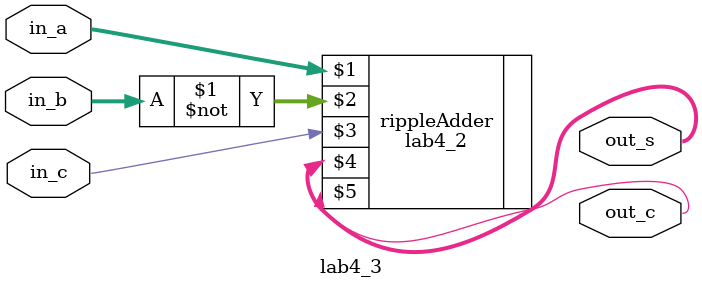
<source format=v>
/* CSED273 lab4 experiment 3 */
/* lab4_3.v */

/* Implement 5-Bit Ripple Subtractor
 * You must use lab4_2 module in lab4_2.v
 * You may use keword "assign" and bitwise operator
 * or just implement with gate-level modeling*/
module lab4_3(
    input [4:0] in_a,
    input [4:0] in_b,
    input in_c,
    output [4:0] out_s,
    output out_c
    );

    ////////////////////////
    /* Add your code here */
    lab4_2 rippleAdder(in_a, ~in_b, in_c, out_s, out_c); // Add not gate to in_b to make 2's complement of b (carry0 will be inputed as 1)
    ////////////////////////

endmodule
</source>
